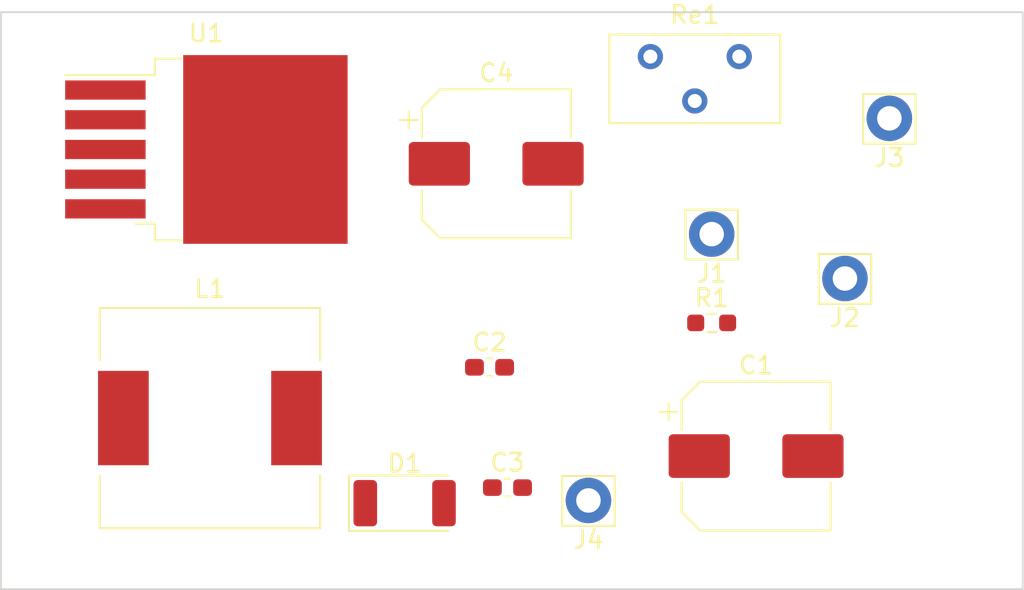
<source format=kicad_pcb>
(kicad_pcb (version 20211014) (generator pcbnew)
  (layers (0 "F.Cu" signal) (31 "B.Cu" signal) (34 "B.Paste" user) (35 "F.Paste" user) (36 "B.SilkS" user "B.Silkscreen") (37 "F.SilkS" user "F.Silkscreen") (38 "B.Mask" user) (39 "F.Mask" user) (44 "Edge.Cuts" user))
  (net 0 "")
  (net 1 "Net-(C1-Pad1)")
  (net 2 "GND")
  (net 3 "Net-(Re1-Pad2)")
  (net 4 "Net-(Re1-Pad1)")
  (net 5 "Net-(D1-Pad1)")
  (footprint "Capacitor_SMD:C_0603_1608Metric_Pad1.08x0.95mm_HandSolder" (layer "F.Cu") (at 149.86 104.14)
    (fp_text reference "C2" (at 0 -1.43) (layer "F.SilkS"))
    (fp_text value "100n")
    (fp_line (start -0.146267 0.51) (end 0.146267 0.51) (layer "F.SilkS") (width 0.12))
    (fp_line (start -0.146267 -0.51) (end 0.146267 -0.51) (layer "F.SilkS") (width 0.12))
    (pad "1" smd roundrect (at -0.8625 0) (size 1.075 0.95) (layers "F.Cu" "F.Paste" "F.Mask") (net 1 "Net-(C1-Pad1)"))
    (pad "2" smd roundrect (at 0.8625 0) (size 1.075 0.95) (layers "F.Cu" "F.Paste" "F.Mask") (net 2 "GND"))
  )
  (footprint "Connector_Pin:Pin_D1.4mm_L8.5mm_W2.8mm_FlatFork" (layer "F.Cu") (at 155.515 111.76)
    (fp_text reference "J4" (at 0 2.25) (layer "F.SilkS"))
    (fp_text value "Conn_01x01_Female")
    (fp_line (start -1.5 1.45) (end 1.5 1.45) (layer "F.SilkS") (width 0.12))
    (fp_line (start -1.5 -1.4) (end 1.5 -1.4) (layer "F.SilkS") (width 0.12))
    (fp_line (start -1.5 -1.4) (end -1.5 1.45) (layer "F.SilkS") (width 0.12))
    (fp_line (start 1.5 -1.4) (end 1.5 1.45) (layer "F.SilkS") (width 0.12))
    (pad "1" thru_hole circle (at 0 0) (size 2.6 2.6) (drill 1.4) (layers *.Cu *.Mask) (net 4 "Net-(Re1-Pad1)"))
  )
  (footprint "Potentiometer_THT:Potentiometer_Bourns_3296Y_Vertical" (layer "F.Cu") (at 164.135 86.36)
    (fp_text reference "Re1" (at -2.54 -2.39) (layer "F.SilkS"))
    (fp_text value "103")
    (fp_line (start -7.425 -1.26) (end 2.345 -1.26) (layer "F.SilkS") (width 0.12))
    (fp_line (start -7.425 -1.26) (end -7.425 3.81) (layer "F.SilkS") (width 0.12))
    (fp_line (start -7.425 3.81) (end 2.345 3.81) (layer "F.SilkS") (width 0.12))
    (fp_line (start 2.345 -1.26) (end 2.345 3.81) (layer "F.SilkS") (width 0.12))
    (pad "1" thru_hole circle (at 0 0) (size 1.44 1.44) (drill 0.8) (layers *.Cu *.Mask) (net 4 "Net-(Re1-Pad1)"))
    (pad "2" thru_hole circle (at -2.54 2.54) (size 1.44 1.44) (drill 0.8) (layers *.Cu *.Mask) (net 3 "Net-(Re1-Pad2)"))
    (pad "3" thru_hole circle (at -5.08 0) (size 1.44 1.44) (drill 0.8) (layers *.Cu *.Mask))
  )
  (footprint "Package_TO_SOT_SMD:TO-263-5_TabPin3" (layer "F.Cu") (at 133.67 91.675)
    (fp_text reference "U1" (at 0 -6.65) (layer "F.SilkS"))
    (fp_text value "LM2596S-ADJ")
    (fp_line (start -2.95 5.2) (end -2.95 4.25) (layer "F.SilkS") (width 0.12))
    (fp_line (start -2.95 -5.2) (end -2.95 -4.25) (layer "F.SilkS") (width 0.12))
    (fp_line (start -1.45 5.2) (end -2.95 5.2) (layer "F.SilkS") (width 0.12))
    (fp_line (start -2.95 -4.25) (end -8.075 -4.25) (layer "F.SilkS") (width 0.12))
    (fp_line (start -2.95 4.25) (end -4.05 4.25) (layer "F.SilkS") (width 0.12))
    (fp_line (start -1.45 -5.2) (end -2.95 -5.2) (layer "F.SilkS") (width 0.12))
    (pad "1" smd rect (at -5.775 -3.4) (size 4.6 1.1) (layers "F.Cu" "F.Paste" "F.Mask") (net 1 "Net-(C1-Pad1)"))
    (pad "2" smd rect (at -5.775 -1.7) (size 4.6 1.1) (layers "F.Cu" "F.Paste" "F.Mask") (net 5 "Net-(D1-Pad1)"))
    (pad "3" smd rect (at 3.375 0) (size 9.4 10.8) (layers "F.Cu" "F.Mask") (net 2 "GND"))
    (pad "3" smd rect (at -5.775 0) (size 4.6 1.1) (layers "F.Cu" "F.Paste" "F.Mask") (net 2 "GND"))
    (pad "4" smd rect (at -5.775 1.7) (size 4.6 1.1) (layers "F.Cu" "F.Paste" "F.Mask") (net 3 "Net-(Re1-Pad2)"))
    (pad "5" smd rect (at -5.775 3.4) (size 4.6 1.1) (layers "F.Cu" "F.Paste" "F.Mask") (net 2 "GND"))
  )
  (footprint "Capacitor_SMD:C_0603_1608Metric_Pad1.08x0.95mm_HandSolder" (layer "F.Cu") (at 150.885 111.025)
    (fp_text reference "C3" (at 0 -1.43) (layer "F.SilkS"))
    (fp_text value "100nf")
    (fp_line (start -0.146267 -0.51) (end 0.146267 -0.51) (layer "F.SilkS") (width 0.12))
    (fp_line (start -0.146267 0.51) (end 0.146267 0.51) (layer "F.SilkS") (width 0.12))
    (pad "1" smd roundrect (at -0.8625 0) (size 1.075 0.95) (layers "F.Cu" "F.Paste" "F.Mask") (net 3 "Net-(Re1-Pad2)"))
    (pad "2" smd roundrect (at 0.8625 0) (size 1.075 0.95) (layers "F.Cu" "F.Paste" "F.Mask") (net 4 "Net-(Re1-Pad1)"))
  )
  (footprint "Resistor_SMD:R_0603_1608Metric_Pad0.98x0.95mm_HandSolder" (layer "F.Cu") (at 162.56 101.6)
    (fp_text reference "R1" (at 0 -1.43) (layer "F.SilkS"))
    (fp_text value "330ohm")
    (fp_line (start -0.254724 0.5225) (end 0.254724 0.5225) (layer "F.SilkS") (width 0.12))
    (fp_line (start -0.254724 -0.5225) (end 0.254724 -0.5225) (layer "F.SilkS") (width 0.12))
    (pad "1" smd roundrect (at -0.9125 0) (size 0.975 0.95) (layers "F.Cu" "F.Paste" "F.Mask") (net 3 "Net-(Re1-Pad2)"))
    (pad "2" smd roundrect (at 0.9125 0) (size 0.975 0.95) (layers "F.Cu" "F.Paste" "F.Mask") (net 2 "GND"))
  )
  (footprint "Capacitor_SMD:CP_Elec_8x10" (layer "F.Cu") (at 165.1 109.22)
    (fp_text reference "C1" (at 0 -5.2) (layer "F.SilkS"))
    (fp_text value "100u")
    (fp_line (start 4.26 -4.26) (end 4.26 -1.51) (layer "F.SilkS") (width 0.12))
    (fp_line (start -4.26 3.195563) (end -3.195563 4.26) (layer "F.SilkS") (width 0.12))
    (fp_line (start -3.195563 4.26) (end 4.26 4.26) (layer "F.SilkS") (width 0.12))
    (fp_line (start -5.5 -2.51) (end -4.5 -2.51) (layer "F.SilkS") (width 0.12))
    (fp_line (start -4.26 -3.195563) (end -4.26 -1.51) (layer "F.SilkS") (width 0.12))
    (fp_line (start 4.26 4.26) (end 4.26 1.51) (layer "F.SilkS") (width 0.12))
    (fp_line (start -5 -3.01) (end -5 -2.01) (layer "F.SilkS") (width 0.12))
    (fp_line (start -4.26 3.195563) (end -4.26 1.51) (layer "F.SilkS") (width 0.12))
    (fp_line (start -3.195563 -4.26) (end 4.26 -4.26) (layer "F.SilkS") (width 0.12))
    (fp_line (start -4.26 -3.195563) (end -3.195563 -4.26) (layer "F.SilkS") (width 0.12))
    (pad "1" smd roundrect (at -3.25 0) (size 3.5 2.5) (layers "F.Cu" "F.Paste" "F.Mask") (roundrect_rratio 0.1) (net 1 "Net-(C1-Pad1)"))
    (pad "2" smd roundrect (at 3.25 0) (size 3.5 2.5) (layers "F.Cu" "F.Paste" "F.Mask") (roundrect_rratio 0.1) (net 2 "GND"))
  )
  (footprint "Connector_Pin:Pin_D1.4mm_L8.5mm_W2.8mm_FlatFork" (layer "F.Cu") (at 170.18 99.06)
    (fp_text reference "J2" (at 0 2.25) (layer "F.SilkS"))
    (fp_text value "Conn_01x01_Female")
    (fp_line (start -1.5 -1.4) (end -1.5 1.45) (layer "F.SilkS") (width 0.12))
    (fp_line (start 1.5 -1.4) (end 1.5 1.45) (layer "F.SilkS") (width 0.12))
    (fp_line (start -1.5 1.45) (end 1.5 1.45) (layer "F.SilkS") (width 0.12))
    (fp_line (start -1.5 -1.4) (end 1.5 -1.4) (layer "F.SilkS") (width 0.12))
    (pad "1" thru_hole circle (at 0 0) (size 2.6 2.6) (drill 1.4) (layers *.Cu *.Mask) (net 2 "GND"))
  )
  (footprint "Capacitor_SMD:CP_Elec_8x10" (layer "F.Cu") (at 150.24 92.495)
    (fp_text reference "C4" (at 0 -5.2) (layer "F.SilkS"))
    (fp_text value "220uf")
    (fp_line (start -3.195563 4.26) (end 4.26 4.26) (layer "F.SilkS") (width 0.12))
    (fp_line (start 4.26 4.26) (end 4.26 1.51) (layer "F.SilkS") (width 0.12))
    (fp_line (start -4.26 3.195563) (end -4.26 1.51) (layer "F.SilkS") (width 0.12))
    (fp_line (start -4.26 -3.195563) (end -3.195563 -4.26) (layer "F.SilkS") (width 0.12))
    (fp_line (start -4.26 -3.195563) (end -4.26 -1.51) (layer "F.SilkS") (width 0.12))
    (fp_line (start 4.26 -4.26) (end 4.26 -1.51) (layer "F.SilkS") (width 0.12))
    (fp_line (start -5 -3.01) (end -5 -2.01) (layer "F.SilkS") (width 0.12))
    (fp_line (start -4.26 3.195563) (end -3.195563 4.26) (layer "F.SilkS") (width 0.12))
    (fp_line (start -5.5 -2.51) (end -4.5 -2.51) (layer "F.SilkS") (width 0.12))
    (fp_line (start -3.195563 -4.26) (end 4.26 -4.26) (layer "F.SilkS") (width 0.12))
    (pad "1" smd roundrect (at -3.25 0) (size 3.5 2.5) (layers "F.Cu" "F.Paste" "F.Mask") (roundrect_rratio 0.1) (net 4 "Net-(Re1-Pad1)"))
    (pad "2" smd roundrect (at 3.25 0) (size 3.5 2.5) (layers "F.Cu" "F.Paste" "F.Mask") (roundrect_rratio 0.1) (net 2 "GND"))
  )
  (footprint "Diode_SMD:D_2010_5025Metric" (layer "F.Cu") (at 145.005 111.915)
    (fp_text reference "D1" (at 0 -2.28) (layer "F.SilkS"))
    (fp_text value "1N5822")
    (fp_line (start -3.185 1.585) (end 2.5 1.585) (layer "F.SilkS") (width 0.12))
    (fp_line (start -3.185 -1.585) (end -3.185 1.585) (layer "F.SilkS") (width 0.12))
    (fp_line (start 2.5 -1.585) (end -3.185 -1.585) (layer "F.SilkS") (width 0.12))
    (pad "1" smd roundrect (at -2.25 0) (size 1.35 2.65) (layers "F.Cu" "F.Paste" "F.Mask") (roundrect_rratio 0.185185) (net 5 "Net-(D1-Pad1)"))
    (pad "2" smd roundrect (at 2.25 0) (size 1.35 2.65) (layers "F.Cu" "F.Paste" "F.Mask") (roundrect_rratio 0.185185) (net 2 "GND"))
  )
  (footprint "Connector_Pin:Pin_D1.4mm_L8.5mm_W2.8mm_FlatFork" (layer "F.Cu") (at 162.56 96.52)
    (fp_text reference "J1" (at 0 2.25) (layer "F.SilkS"))
    (fp_text value "Conn_01x01_Female")
    (fp_line (start -1.5 1.45) (end 1.5 1.45) (layer "F.SilkS") (width 0.12))
    (fp_line (start -1.5 -1.4) (end -1.5 1.45) (layer "F.SilkS") (width 0.12))
    (fp_line (start -1.5 -1.4) (end 1.5 -1.4) (layer "F.SilkS") (width 0.12))
    (fp_line (start 1.5 -1.4) (end 1.5 1.45) (layer "F.SilkS") (width 0.12))
    (pad "1" thru_hole circle (at 0 0) (size 2.6 2.6) (drill 1.4) (layers *.Cu *.Mask) (net 1 "Net-(C1-Pad1)"))
  )
  (footprint "Connector_Pin:Pin_D1.4mm_L8.5mm_W2.8mm_FlatFork" (layer "F.Cu") (at 172.72 89.895)
    (fp_text reference "J3" (at 0 2.25) (layer "F.SilkS"))
    (fp_text value "Conn_01x01_Female")
    (fp_line (start -1.5 -1.4) (end 1.5 -1.4) (layer "F.SilkS") (width 0.12))
    (fp_line (start -1.5 1.45) (end 1.5 1.45) (layer "F.SilkS") (width 0.12))
    (fp_line (start -1.5 -1.4) (end -1.5 1.45) (layer "F.SilkS") (width 0.12))
    (fp_line (start 1.5 -1.4) (end 1.5 1.45) (layer "F.SilkS") (width 0.12))
    (pad "1" thru_hole circle (at 0 0) (size 2.6 2.6) (drill 1.4) (layers *.Cu *.Mask) (net 2 "GND"))
  )
  (footprint "Inductor_SMD:L_12x12mm_H8mm" (layer "F.Cu") (at 133.875 107.045)
    (fp_text reference "L1" (at 0 -7.4) (layer "F.SilkS"))
    (fp_text value "470m")
    (fp_line (start 6.3 6.3) (end -6.3 6.3) (layer "F.SilkS") (width 0.12))
    (fp_line (start 6.3 -6.3) (end 6.3 -3.3) (layer "F.SilkS") (width 0.12))
    (fp_line (start -6.3 -3.3) (end -6.3 -6.3) (layer "F.SilkS") (width 0.12))
    (fp_line (start -6.3 6.3) (end -6.3 3.3) (layer "F.SilkS") (width 0.12))
    (fp_line (start -6.3 -6.3) (end 6.3 -6.3) (layer "F.SilkS") (width 0.12))
    (fp_line (start 6.3 3.3) (end 6.3 6.3) (layer "F.SilkS") (width 0.12))
    (pad "1" smd rect (at -4.95 0) (size 2.9 5.4) (layers "F.Cu" "F.Paste" "F.Mask") (net 5 "Net-(D1-Pad1)"))
    (pad "2" smd rect (at 4.95 0) (size 2.9 5.4) (layers "F.Cu" "F.Paste" "F.Mask") (net 4 "Net-(Re1-Pad1)"))
  )
  (gr_line (start 121.92 116.84) (end 121.92 83.82) (layer "Edge.Cuts") (width 0.1))
  (gr_line (start 180.34 83.82) (end 180.34 116.84) (layer "Edge.Cuts") (width 0.1))
  (gr_line (start 180.34 116.84) (end 121.92 116.84) (layer "Edge.Cuts") (width 0.1))
  (gr_line (start 121.92 83.82) (end 180.34 83.82) (layer "Edge.Cuts") (width 0.1))
)
</source>
